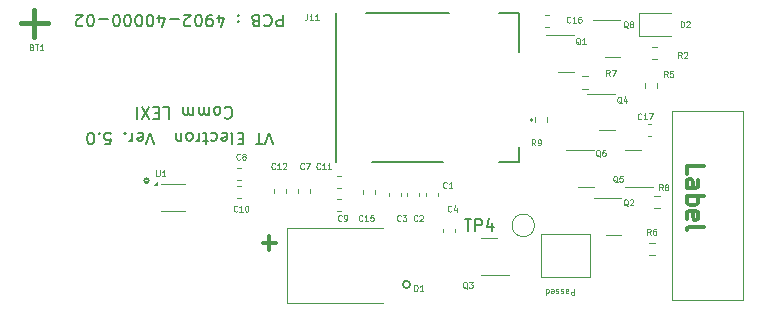
<source format=gbr>
%TF.GenerationSoftware,KiCad,Pcbnew,8.0.5*%
%TF.CreationDate,2024-10-15T10:19:28+03:00*%
%TF.ProjectId,LEXI-R422,4c455849-2d52-4343-9232-2e6b69636164,rev?*%
%TF.SameCoordinates,Original*%
%TF.FileFunction,Legend,Top*%
%TF.FilePolarity,Positive*%
%FSLAX46Y46*%
G04 Gerber Fmt 4.6, Leading zero omitted, Abs format (unit mm)*
G04 Created by KiCad (PCBNEW 8.0.5) date 2024-10-15 10:19:28*
%MOMM*%
%LPD*%
G01*
G04 APERTURE LIST*
%ADD10C,0.200000*%
%ADD11C,0.100000*%
%ADD12C,0.300000*%
%ADD13C,0.150000*%
%ADD14C,0.450000*%
%ADD15C,0.120000*%
%ADD16C,0.127000*%
G04 APERTURE END LIST*
D10*
X46510047Y-1200000D02*
G75*
G02*
X45889953Y-1200000I-310047J0D01*
G01*
X45889953Y-1200000D02*
G75*
G02*
X46510047Y-1200000I310047J0D01*
G01*
X24400000Y7600000D02*
G75*
G02*
X24000000Y7600000I-200000J0D01*
G01*
X24000000Y7600000D02*
G75*
G02*
X24400000Y7600000I200000J0D01*
G01*
D11*
X57600000Y3057600D02*
X61714800Y3057600D01*
X61714800Y-600000D01*
X57600000Y-600000D01*
X57600000Y3057600D01*
D10*
X35738094Y21652219D02*
X35738094Y20652219D01*
X35738094Y20652219D02*
X35357142Y20652219D01*
X35357142Y20652219D02*
X35261904Y20699838D01*
X35261904Y20699838D02*
X35214285Y20747457D01*
X35214285Y20747457D02*
X35166666Y20842695D01*
X35166666Y20842695D02*
X35166666Y20985552D01*
X35166666Y20985552D02*
X35214285Y21080790D01*
X35214285Y21080790D02*
X35261904Y21128409D01*
X35261904Y21128409D02*
X35357142Y21176028D01*
X35357142Y21176028D02*
X35738094Y21176028D01*
X34166666Y21556980D02*
X34214285Y21604600D01*
X34214285Y21604600D02*
X34357142Y21652219D01*
X34357142Y21652219D02*
X34452380Y21652219D01*
X34452380Y21652219D02*
X34595237Y21604600D01*
X34595237Y21604600D02*
X34690475Y21509361D01*
X34690475Y21509361D02*
X34738094Y21414123D01*
X34738094Y21414123D02*
X34785713Y21223647D01*
X34785713Y21223647D02*
X34785713Y21080790D01*
X34785713Y21080790D02*
X34738094Y20890314D01*
X34738094Y20890314D02*
X34690475Y20795076D01*
X34690475Y20795076D02*
X34595237Y20699838D01*
X34595237Y20699838D02*
X34452380Y20652219D01*
X34452380Y20652219D02*
X34357142Y20652219D01*
X34357142Y20652219D02*
X34214285Y20699838D01*
X34214285Y20699838D02*
X34166666Y20747457D01*
X33404761Y21128409D02*
X33261904Y21176028D01*
X33261904Y21176028D02*
X33214285Y21223647D01*
X33214285Y21223647D02*
X33166666Y21318885D01*
X33166666Y21318885D02*
X33166666Y21461742D01*
X33166666Y21461742D02*
X33214285Y21556980D01*
X33214285Y21556980D02*
X33261904Y21604600D01*
X33261904Y21604600D02*
X33357142Y21652219D01*
X33357142Y21652219D02*
X33738094Y21652219D01*
X33738094Y21652219D02*
X33738094Y20652219D01*
X33738094Y20652219D02*
X33404761Y20652219D01*
X33404761Y20652219D02*
X33309523Y20699838D01*
X33309523Y20699838D02*
X33261904Y20747457D01*
X33261904Y20747457D02*
X33214285Y20842695D01*
X33214285Y20842695D02*
X33214285Y20937933D01*
X33214285Y20937933D02*
X33261904Y21033171D01*
X33261904Y21033171D02*
X33309523Y21080790D01*
X33309523Y21080790D02*
X33404761Y21128409D01*
X33404761Y21128409D02*
X33738094Y21128409D01*
X31976189Y21556980D02*
X31928570Y21604600D01*
X31928570Y21604600D02*
X31976189Y21652219D01*
X31976189Y21652219D02*
X32023808Y21604600D01*
X32023808Y21604600D02*
X31976189Y21556980D01*
X31976189Y21556980D02*
X31976189Y21652219D01*
X31976189Y21033171D02*
X31928570Y21080790D01*
X31928570Y21080790D02*
X31976189Y21128409D01*
X31976189Y21128409D02*
X32023808Y21080790D01*
X32023808Y21080790D02*
X31976189Y21033171D01*
X31976189Y21033171D02*
X31976189Y21128409D01*
X30309523Y20985552D02*
X30309523Y21652219D01*
X30547618Y20604600D02*
X30785713Y21318885D01*
X30785713Y21318885D02*
X30166666Y21318885D01*
X29738094Y21652219D02*
X29547618Y21652219D01*
X29547618Y21652219D02*
X29452380Y21604600D01*
X29452380Y21604600D02*
X29404761Y21556980D01*
X29404761Y21556980D02*
X29309523Y21414123D01*
X29309523Y21414123D02*
X29261904Y21223647D01*
X29261904Y21223647D02*
X29261904Y20842695D01*
X29261904Y20842695D02*
X29309523Y20747457D01*
X29309523Y20747457D02*
X29357142Y20699838D01*
X29357142Y20699838D02*
X29452380Y20652219D01*
X29452380Y20652219D02*
X29642856Y20652219D01*
X29642856Y20652219D02*
X29738094Y20699838D01*
X29738094Y20699838D02*
X29785713Y20747457D01*
X29785713Y20747457D02*
X29833332Y20842695D01*
X29833332Y20842695D02*
X29833332Y21080790D01*
X29833332Y21080790D02*
X29785713Y21176028D01*
X29785713Y21176028D02*
X29738094Y21223647D01*
X29738094Y21223647D02*
X29642856Y21271266D01*
X29642856Y21271266D02*
X29452380Y21271266D01*
X29452380Y21271266D02*
X29357142Y21223647D01*
X29357142Y21223647D02*
X29309523Y21176028D01*
X29309523Y21176028D02*
X29261904Y21080790D01*
X28642856Y20652219D02*
X28547618Y20652219D01*
X28547618Y20652219D02*
X28452380Y20699838D01*
X28452380Y20699838D02*
X28404761Y20747457D01*
X28404761Y20747457D02*
X28357142Y20842695D01*
X28357142Y20842695D02*
X28309523Y21033171D01*
X28309523Y21033171D02*
X28309523Y21271266D01*
X28309523Y21271266D02*
X28357142Y21461742D01*
X28357142Y21461742D02*
X28404761Y21556980D01*
X28404761Y21556980D02*
X28452380Y21604600D01*
X28452380Y21604600D02*
X28547618Y21652219D01*
X28547618Y21652219D02*
X28642856Y21652219D01*
X28642856Y21652219D02*
X28738094Y21604600D01*
X28738094Y21604600D02*
X28785713Y21556980D01*
X28785713Y21556980D02*
X28833332Y21461742D01*
X28833332Y21461742D02*
X28880951Y21271266D01*
X28880951Y21271266D02*
X28880951Y21033171D01*
X28880951Y21033171D02*
X28833332Y20842695D01*
X28833332Y20842695D02*
X28785713Y20747457D01*
X28785713Y20747457D02*
X28738094Y20699838D01*
X28738094Y20699838D02*
X28642856Y20652219D01*
X27928570Y20747457D02*
X27880951Y20699838D01*
X27880951Y20699838D02*
X27785713Y20652219D01*
X27785713Y20652219D02*
X27547618Y20652219D01*
X27547618Y20652219D02*
X27452380Y20699838D01*
X27452380Y20699838D02*
X27404761Y20747457D01*
X27404761Y20747457D02*
X27357142Y20842695D01*
X27357142Y20842695D02*
X27357142Y20937933D01*
X27357142Y20937933D02*
X27404761Y21080790D01*
X27404761Y21080790D02*
X27976189Y21652219D01*
X27976189Y21652219D02*
X27357142Y21652219D01*
X26928570Y21271266D02*
X26166666Y21271266D01*
X25261904Y20985552D02*
X25261904Y21652219D01*
X25499999Y20604600D02*
X25738094Y21318885D01*
X25738094Y21318885D02*
X25119047Y21318885D01*
X24547618Y20652219D02*
X24452380Y20652219D01*
X24452380Y20652219D02*
X24357142Y20699838D01*
X24357142Y20699838D02*
X24309523Y20747457D01*
X24309523Y20747457D02*
X24261904Y20842695D01*
X24261904Y20842695D02*
X24214285Y21033171D01*
X24214285Y21033171D02*
X24214285Y21271266D01*
X24214285Y21271266D02*
X24261904Y21461742D01*
X24261904Y21461742D02*
X24309523Y21556980D01*
X24309523Y21556980D02*
X24357142Y21604600D01*
X24357142Y21604600D02*
X24452380Y21652219D01*
X24452380Y21652219D02*
X24547618Y21652219D01*
X24547618Y21652219D02*
X24642856Y21604600D01*
X24642856Y21604600D02*
X24690475Y21556980D01*
X24690475Y21556980D02*
X24738094Y21461742D01*
X24738094Y21461742D02*
X24785713Y21271266D01*
X24785713Y21271266D02*
X24785713Y21033171D01*
X24785713Y21033171D02*
X24738094Y20842695D01*
X24738094Y20842695D02*
X24690475Y20747457D01*
X24690475Y20747457D02*
X24642856Y20699838D01*
X24642856Y20699838D02*
X24547618Y20652219D01*
X23595237Y20652219D02*
X23499999Y20652219D01*
X23499999Y20652219D02*
X23404761Y20699838D01*
X23404761Y20699838D02*
X23357142Y20747457D01*
X23357142Y20747457D02*
X23309523Y20842695D01*
X23309523Y20842695D02*
X23261904Y21033171D01*
X23261904Y21033171D02*
X23261904Y21271266D01*
X23261904Y21271266D02*
X23309523Y21461742D01*
X23309523Y21461742D02*
X23357142Y21556980D01*
X23357142Y21556980D02*
X23404761Y21604600D01*
X23404761Y21604600D02*
X23499999Y21652219D01*
X23499999Y21652219D02*
X23595237Y21652219D01*
X23595237Y21652219D02*
X23690475Y21604600D01*
X23690475Y21604600D02*
X23738094Y21556980D01*
X23738094Y21556980D02*
X23785713Y21461742D01*
X23785713Y21461742D02*
X23833332Y21271266D01*
X23833332Y21271266D02*
X23833332Y21033171D01*
X23833332Y21033171D02*
X23785713Y20842695D01*
X23785713Y20842695D02*
X23738094Y20747457D01*
X23738094Y20747457D02*
X23690475Y20699838D01*
X23690475Y20699838D02*
X23595237Y20652219D01*
X22642856Y20652219D02*
X22547618Y20652219D01*
X22547618Y20652219D02*
X22452380Y20699838D01*
X22452380Y20699838D02*
X22404761Y20747457D01*
X22404761Y20747457D02*
X22357142Y20842695D01*
X22357142Y20842695D02*
X22309523Y21033171D01*
X22309523Y21033171D02*
X22309523Y21271266D01*
X22309523Y21271266D02*
X22357142Y21461742D01*
X22357142Y21461742D02*
X22404761Y21556980D01*
X22404761Y21556980D02*
X22452380Y21604600D01*
X22452380Y21604600D02*
X22547618Y21652219D01*
X22547618Y21652219D02*
X22642856Y21652219D01*
X22642856Y21652219D02*
X22738094Y21604600D01*
X22738094Y21604600D02*
X22785713Y21556980D01*
X22785713Y21556980D02*
X22833332Y21461742D01*
X22833332Y21461742D02*
X22880951Y21271266D01*
X22880951Y21271266D02*
X22880951Y21033171D01*
X22880951Y21033171D02*
X22833332Y20842695D01*
X22833332Y20842695D02*
X22785713Y20747457D01*
X22785713Y20747457D02*
X22738094Y20699838D01*
X22738094Y20699838D02*
X22642856Y20652219D01*
X21690475Y20652219D02*
X21595237Y20652219D01*
X21595237Y20652219D02*
X21499999Y20699838D01*
X21499999Y20699838D02*
X21452380Y20747457D01*
X21452380Y20747457D02*
X21404761Y20842695D01*
X21404761Y20842695D02*
X21357142Y21033171D01*
X21357142Y21033171D02*
X21357142Y21271266D01*
X21357142Y21271266D02*
X21404761Y21461742D01*
X21404761Y21461742D02*
X21452380Y21556980D01*
X21452380Y21556980D02*
X21499999Y21604600D01*
X21499999Y21604600D02*
X21595237Y21652219D01*
X21595237Y21652219D02*
X21690475Y21652219D01*
X21690475Y21652219D02*
X21785713Y21604600D01*
X21785713Y21604600D02*
X21833332Y21556980D01*
X21833332Y21556980D02*
X21880951Y21461742D01*
X21880951Y21461742D02*
X21928570Y21271266D01*
X21928570Y21271266D02*
X21928570Y21033171D01*
X21928570Y21033171D02*
X21880951Y20842695D01*
X21880951Y20842695D02*
X21833332Y20747457D01*
X21833332Y20747457D02*
X21785713Y20699838D01*
X21785713Y20699838D02*
X21690475Y20652219D01*
X20928570Y21271266D02*
X20166666Y21271266D01*
X19499999Y20652219D02*
X19404761Y20652219D01*
X19404761Y20652219D02*
X19309523Y20699838D01*
X19309523Y20699838D02*
X19261904Y20747457D01*
X19261904Y20747457D02*
X19214285Y20842695D01*
X19214285Y20842695D02*
X19166666Y21033171D01*
X19166666Y21033171D02*
X19166666Y21271266D01*
X19166666Y21271266D02*
X19214285Y21461742D01*
X19214285Y21461742D02*
X19261904Y21556980D01*
X19261904Y21556980D02*
X19309523Y21604600D01*
X19309523Y21604600D02*
X19404761Y21652219D01*
X19404761Y21652219D02*
X19499999Y21652219D01*
X19499999Y21652219D02*
X19595237Y21604600D01*
X19595237Y21604600D02*
X19642856Y21556980D01*
X19642856Y21556980D02*
X19690475Y21461742D01*
X19690475Y21461742D02*
X19738094Y21271266D01*
X19738094Y21271266D02*
X19738094Y21033171D01*
X19738094Y21033171D02*
X19690475Y20842695D01*
X19690475Y20842695D02*
X19642856Y20747457D01*
X19642856Y20747457D02*
X19595237Y20699838D01*
X19595237Y20699838D02*
X19499999Y20652219D01*
X18785713Y20747457D02*
X18738094Y20699838D01*
X18738094Y20699838D02*
X18642856Y20652219D01*
X18642856Y20652219D02*
X18404761Y20652219D01*
X18404761Y20652219D02*
X18309523Y20699838D01*
X18309523Y20699838D02*
X18261904Y20747457D01*
X18261904Y20747457D02*
X18214285Y20842695D01*
X18214285Y20842695D02*
X18214285Y20937933D01*
X18214285Y20937933D02*
X18261904Y21080790D01*
X18261904Y21080790D02*
X18833332Y21652219D01*
X18833332Y21652219D02*
X18214285Y21652219D01*
X34904762Y10652219D02*
X34571429Y11652219D01*
X34571429Y11652219D02*
X34238096Y10652219D01*
X34047619Y10652219D02*
X33476191Y10652219D01*
X33761905Y11652219D02*
X33761905Y10652219D01*
X32380952Y11128409D02*
X32047619Y11128409D01*
X31904762Y11652219D02*
X32380952Y11652219D01*
X32380952Y11652219D02*
X32380952Y10652219D01*
X32380952Y10652219D02*
X31904762Y10652219D01*
X31333333Y11652219D02*
X31428571Y11604600D01*
X31428571Y11604600D02*
X31476190Y11509361D01*
X31476190Y11509361D02*
X31476190Y10652219D01*
X30571428Y11604600D02*
X30666666Y11652219D01*
X30666666Y11652219D02*
X30857142Y11652219D01*
X30857142Y11652219D02*
X30952380Y11604600D01*
X30952380Y11604600D02*
X30999999Y11509361D01*
X30999999Y11509361D02*
X30999999Y11128409D01*
X30999999Y11128409D02*
X30952380Y11033171D01*
X30952380Y11033171D02*
X30857142Y10985552D01*
X30857142Y10985552D02*
X30666666Y10985552D01*
X30666666Y10985552D02*
X30571428Y11033171D01*
X30571428Y11033171D02*
X30523809Y11128409D01*
X30523809Y11128409D02*
X30523809Y11223647D01*
X30523809Y11223647D02*
X30999999Y11318885D01*
X29666666Y11604600D02*
X29761904Y11652219D01*
X29761904Y11652219D02*
X29952380Y11652219D01*
X29952380Y11652219D02*
X30047618Y11604600D01*
X30047618Y11604600D02*
X30095237Y11556980D01*
X30095237Y11556980D02*
X30142856Y11461742D01*
X30142856Y11461742D02*
X30142856Y11176028D01*
X30142856Y11176028D02*
X30095237Y11080790D01*
X30095237Y11080790D02*
X30047618Y11033171D01*
X30047618Y11033171D02*
X29952380Y10985552D01*
X29952380Y10985552D02*
X29761904Y10985552D01*
X29761904Y10985552D02*
X29666666Y11033171D01*
X29380951Y10985552D02*
X28999999Y10985552D01*
X29238094Y10652219D02*
X29238094Y11509361D01*
X29238094Y11509361D02*
X29190475Y11604600D01*
X29190475Y11604600D02*
X29095237Y11652219D01*
X29095237Y11652219D02*
X28999999Y11652219D01*
X28666665Y11652219D02*
X28666665Y10985552D01*
X28666665Y11176028D02*
X28619046Y11080790D01*
X28619046Y11080790D02*
X28571427Y11033171D01*
X28571427Y11033171D02*
X28476189Y10985552D01*
X28476189Y10985552D02*
X28380951Y10985552D01*
X27904760Y11652219D02*
X27999998Y11604600D01*
X27999998Y11604600D02*
X28047617Y11556980D01*
X28047617Y11556980D02*
X28095236Y11461742D01*
X28095236Y11461742D02*
X28095236Y11176028D01*
X28095236Y11176028D02*
X28047617Y11080790D01*
X28047617Y11080790D02*
X27999998Y11033171D01*
X27999998Y11033171D02*
X27904760Y10985552D01*
X27904760Y10985552D02*
X27761903Y10985552D01*
X27761903Y10985552D02*
X27666665Y11033171D01*
X27666665Y11033171D02*
X27619046Y11080790D01*
X27619046Y11080790D02*
X27571427Y11176028D01*
X27571427Y11176028D02*
X27571427Y11461742D01*
X27571427Y11461742D02*
X27619046Y11556980D01*
X27619046Y11556980D02*
X27666665Y11604600D01*
X27666665Y11604600D02*
X27761903Y11652219D01*
X27761903Y11652219D02*
X27904760Y11652219D01*
X27142855Y10985552D02*
X27142855Y11652219D01*
X27142855Y11080790D02*
X27095236Y11033171D01*
X27095236Y11033171D02*
X26999998Y10985552D01*
X26999998Y10985552D02*
X26857141Y10985552D01*
X26857141Y10985552D02*
X26761903Y11033171D01*
X26761903Y11033171D02*
X26714284Y11128409D01*
X26714284Y11128409D02*
X26714284Y11652219D01*
X24857140Y10652219D02*
X24523807Y11652219D01*
X24523807Y11652219D02*
X24190474Y10652219D01*
X23476188Y11604600D02*
X23571426Y11652219D01*
X23571426Y11652219D02*
X23761902Y11652219D01*
X23761902Y11652219D02*
X23857140Y11604600D01*
X23857140Y11604600D02*
X23904759Y11509361D01*
X23904759Y11509361D02*
X23904759Y11128409D01*
X23904759Y11128409D02*
X23857140Y11033171D01*
X23857140Y11033171D02*
X23761902Y10985552D01*
X23761902Y10985552D02*
X23571426Y10985552D01*
X23571426Y10985552D02*
X23476188Y11033171D01*
X23476188Y11033171D02*
X23428569Y11128409D01*
X23428569Y11128409D02*
X23428569Y11223647D01*
X23428569Y11223647D02*
X23904759Y11318885D01*
X22999997Y11652219D02*
X22999997Y10985552D01*
X22999997Y11176028D02*
X22952378Y11080790D01*
X22952378Y11080790D02*
X22904759Y11033171D01*
X22904759Y11033171D02*
X22809521Y10985552D01*
X22809521Y10985552D02*
X22714283Y10985552D01*
X22380949Y11556980D02*
X22333330Y11604600D01*
X22333330Y11604600D02*
X22380949Y11652219D01*
X22380949Y11652219D02*
X22428568Y11604600D01*
X22428568Y11604600D02*
X22380949Y11556980D01*
X22380949Y11556980D02*
X22380949Y11652219D01*
X20666664Y10652219D02*
X21142854Y10652219D01*
X21142854Y10652219D02*
X21190473Y11128409D01*
X21190473Y11128409D02*
X21142854Y11080790D01*
X21142854Y11080790D02*
X21047616Y11033171D01*
X21047616Y11033171D02*
X20809521Y11033171D01*
X20809521Y11033171D02*
X20714283Y11080790D01*
X20714283Y11080790D02*
X20666664Y11128409D01*
X20666664Y11128409D02*
X20619045Y11223647D01*
X20619045Y11223647D02*
X20619045Y11461742D01*
X20619045Y11461742D02*
X20666664Y11556980D01*
X20666664Y11556980D02*
X20714283Y11604600D01*
X20714283Y11604600D02*
X20809521Y11652219D01*
X20809521Y11652219D02*
X21047616Y11652219D01*
X21047616Y11652219D02*
X21142854Y11604600D01*
X21142854Y11604600D02*
X21190473Y11556980D01*
X20190473Y11556980D02*
X20142854Y11604600D01*
X20142854Y11604600D02*
X20190473Y11652219D01*
X20190473Y11652219D02*
X20238092Y11604600D01*
X20238092Y11604600D02*
X20190473Y11556980D01*
X20190473Y11556980D02*
X20190473Y11652219D01*
X19523807Y10652219D02*
X19428569Y10652219D01*
X19428569Y10652219D02*
X19333331Y10699838D01*
X19333331Y10699838D02*
X19285712Y10747457D01*
X19285712Y10747457D02*
X19238093Y10842695D01*
X19238093Y10842695D02*
X19190474Y11033171D01*
X19190474Y11033171D02*
X19190474Y11271266D01*
X19190474Y11271266D02*
X19238093Y11461742D01*
X19238093Y11461742D02*
X19285712Y11556980D01*
X19285712Y11556980D02*
X19333331Y11604600D01*
X19333331Y11604600D02*
X19428569Y11652219D01*
X19428569Y11652219D02*
X19523807Y11652219D01*
X19523807Y11652219D02*
X19619045Y11604600D01*
X19619045Y11604600D02*
X19666664Y11556980D01*
X19666664Y11556980D02*
X19714283Y11461742D01*
X19714283Y11461742D02*
X19761902Y11271266D01*
X19761902Y11271266D02*
X19761902Y11033171D01*
X19761902Y11033171D02*
X19714283Y10842695D01*
X19714283Y10842695D02*
X19666664Y10747457D01*
X19666664Y10747457D02*
X19619045Y10699838D01*
X19619045Y10699838D02*
X19523807Y10652219D01*
D12*
X69921671Y8128571D02*
X69921671Y8842857D01*
X69921671Y8842857D02*
X71421671Y8842857D01*
X69921671Y6985714D02*
X70707385Y6985714D01*
X70707385Y6985714D02*
X70850242Y7057142D01*
X70850242Y7057142D02*
X70921671Y7199999D01*
X70921671Y7199999D02*
X70921671Y7485714D01*
X70921671Y7485714D02*
X70850242Y7628571D01*
X69993100Y6985714D02*
X69921671Y7128571D01*
X69921671Y7128571D02*
X69921671Y7485714D01*
X69921671Y7485714D02*
X69993100Y7628571D01*
X69993100Y7628571D02*
X70135957Y7699999D01*
X70135957Y7699999D02*
X70278814Y7699999D01*
X70278814Y7699999D02*
X70421671Y7628571D01*
X70421671Y7628571D02*
X70493100Y7485714D01*
X70493100Y7485714D02*
X70493100Y7128571D01*
X70493100Y7128571D02*
X70564528Y6985714D01*
X69921671Y6271428D02*
X71421671Y6271428D01*
X70850242Y6271428D02*
X70921671Y6128571D01*
X70921671Y6128571D02*
X70921671Y5842856D01*
X70921671Y5842856D02*
X70850242Y5699999D01*
X70850242Y5699999D02*
X70778814Y5628571D01*
X70778814Y5628571D02*
X70635957Y5557142D01*
X70635957Y5557142D02*
X70207385Y5557142D01*
X70207385Y5557142D02*
X70064528Y5628571D01*
X70064528Y5628571D02*
X69993100Y5699999D01*
X69993100Y5699999D02*
X69921671Y5842856D01*
X69921671Y5842856D02*
X69921671Y6128571D01*
X69921671Y6128571D02*
X69993100Y6271428D01*
X69993100Y4342856D02*
X69921671Y4485713D01*
X69921671Y4485713D02*
X69921671Y4771428D01*
X69921671Y4771428D02*
X69993100Y4914285D01*
X69993100Y4914285D02*
X70135957Y4985713D01*
X70135957Y4985713D02*
X70707385Y4985713D01*
X70707385Y4985713D02*
X70850242Y4914285D01*
X70850242Y4914285D02*
X70921671Y4771428D01*
X70921671Y4771428D02*
X70921671Y4485713D01*
X70921671Y4485713D02*
X70850242Y4342856D01*
X70850242Y4342856D02*
X70707385Y4271428D01*
X70707385Y4271428D02*
X70564528Y4271428D01*
X70564528Y4271428D02*
X70421671Y4985713D01*
X69921671Y3414285D02*
X69993100Y3557142D01*
X69993100Y3557142D02*
X70135957Y3628571D01*
X70135957Y3628571D02*
X71421671Y3628571D01*
D11*
X60402380Y-1573890D02*
X60402380Y-2073890D01*
X60402380Y-2073890D02*
X60211904Y-2073890D01*
X60211904Y-2073890D02*
X60164285Y-2050080D01*
X60164285Y-2050080D02*
X60140475Y-2026271D01*
X60140475Y-2026271D02*
X60116666Y-1978652D01*
X60116666Y-1978652D02*
X60116666Y-1907223D01*
X60116666Y-1907223D02*
X60140475Y-1859604D01*
X60140475Y-1859604D02*
X60164285Y-1835795D01*
X60164285Y-1835795D02*
X60211904Y-1811985D01*
X60211904Y-1811985D02*
X60402380Y-1811985D01*
X59688094Y-1573890D02*
X59688094Y-1835795D01*
X59688094Y-1835795D02*
X59711904Y-1883414D01*
X59711904Y-1883414D02*
X59759523Y-1907223D01*
X59759523Y-1907223D02*
X59854761Y-1907223D01*
X59854761Y-1907223D02*
X59902380Y-1883414D01*
X59688094Y-1597700D02*
X59735713Y-1573890D01*
X59735713Y-1573890D02*
X59854761Y-1573890D01*
X59854761Y-1573890D02*
X59902380Y-1597700D01*
X59902380Y-1597700D02*
X59926189Y-1645319D01*
X59926189Y-1645319D02*
X59926189Y-1692938D01*
X59926189Y-1692938D02*
X59902380Y-1740557D01*
X59902380Y-1740557D02*
X59854761Y-1764366D01*
X59854761Y-1764366D02*
X59735713Y-1764366D01*
X59735713Y-1764366D02*
X59688094Y-1788176D01*
X59473808Y-1597700D02*
X59426189Y-1573890D01*
X59426189Y-1573890D02*
X59330951Y-1573890D01*
X59330951Y-1573890D02*
X59283332Y-1597700D01*
X59283332Y-1597700D02*
X59259523Y-1645319D01*
X59259523Y-1645319D02*
X59259523Y-1669128D01*
X59259523Y-1669128D02*
X59283332Y-1716747D01*
X59283332Y-1716747D02*
X59330951Y-1740557D01*
X59330951Y-1740557D02*
X59402380Y-1740557D01*
X59402380Y-1740557D02*
X59449999Y-1764366D01*
X59449999Y-1764366D02*
X59473808Y-1811985D01*
X59473808Y-1811985D02*
X59473808Y-1835795D01*
X59473808Y-1835795D02*
X59449999Y-1883414D01*
X59449999Y-1883414D02*
X59402380Y-1907223D01*
X59402380Y-1907223D02*
X59330951Y-1907223D01*
X59330951Y-1907223D02*
X59283332Y-1883414D01*
X59069046Y-1597700D02*
X59021427Y-1573890D01*
X59021427Y-1573890D02*
X58926189Y-1573890D01*
X58926189Y-1573890D02*
X58878570Y-1597700D01*
X58878570Y-1597700D02*
X58854761Y-1645319D01*
X58854761Y-1645319D02*
X58854761Y-1669128D01*
X58854761Y-1669128D02*
X58878570Y-1716747D01*
X58878570Y-1716747D02*
X58926189Y-1740557D01*
X58926189Y-1740557D02*
X58997618Y-1740557D01*
X58997618Y-1740557D02*
X59045237Y-1764366D01*
X59045237Y-1764366D02*
X59069046Y-1811985D01*
X59069046Y-1811985D02*
X59069046Y-1835795D01*
X59069046Y-1835795D02*
X59045237Y-1883414D01*
X59045237Y-1883414D02*
X58997618Y-1907223D01*
X58997618Y-1907223D02*
X58926189Y-1907223D01*
X58926189Y-1907223D02*
X58878570Y-1883414D01*
X58449999Y-1597700D02*
X58497618Y-1573890D01*
X58497618Y-1573890D02*
X58592856Y-1573890D01*
X58592856Y-1573890D02*
X58640475Y-1597700D01*
X58640475Y-1597700D02*
X58664284Y-1645319D01*
X58664284Y-1645319D02*
X58664284Y-1835795D01*
X58664284Y-1835795D02*
X58640475Y-1883414D01*
X58640475Y-1883414D02*
X58592856Y-1907223D01*
X58592856Y-1907223D02*
X58497618Y-1907223D01*
X58497618Y-1907223D02*
X58449999Y-1883414D01*
X58449999Y-1883414D02*
X58426189Y-1835795D01*
X58426189Y-1835795D02*
X58426189Y-1788176D01*
X58426189Y-1788176D02*
X58664284Y-1740557D01*
X57997618Y-1573890D02*
X57997618Y-2073890D01*
X57997618Y-1597700D02*
X58045237Y-1573890D01*
X58045237Y-1573890D02*
X58140475Y-1573890D01*
X58140475Y-1573890D02*
X58188094Y-1597700D01*
X58188094Y-1597700D02*
X58211904Y-1621509D01*
X58211904Y-1621509D02*
X58235713Y-1669128D01*
X58235713Y-1669128D02*
X58235713Y-1811985D01*
X58235713Y-1811985D02*
X58211904Y-1859604D01*
X58211904Y-1859604D02*
X58188094Y-1883414D01*
X58188094Y-1883414D02*
X58140475Y-1907223D01*
X58140475Y-1907223D02*
X58045237Y-1907223D01*
X58045237Y-1907223D02*
X57997618Y-1883414D01*
D10*
X30828571Y13752008D02*
X30876190Y13799628D01*
X30876190Y13799628D02*
X31019047Y13847247D01*
X31019047Y13847247D02*
X31114285Y13847247D01*
X31114285Y13847247D02*
X31257142Y13799628D01*
X31257142Y13799628D02*
X31352380Y13704389D01*
X31352380Y13704389D02*
X31399999Y13609151D01*
X31399999Y13609151D02*
X31447618Y13418675D01*
X31447618Y13418675D02*
X31447618Y13275818D01*
X31447618Y13275818D02*
X31399999Y13085342D01*
X31399999Y13085342D02*
X31352380Y12990104D01*
X31352380Y12990104D02*
X31257142Y12894866D01*
X31257142Y12894866D02*
X31114285Y12847247D01*
X31114285Y12847247D02*
X31019047Y12847247D01*
X31019047Y12847247D02*
X30876190Y12894866D01*
X30876190Y12894866D02*
X30828571Y12942485D01*
X30257142Y13847247D02*
X30352380Y13799628D01*
X30352380Y13799628D02*
X30399999Y13752008D01*
X30399999Y13752008D02*
X30447618Y13656770D01*
X30447618Y13656770D02*
X30447618Y13371056D01*
X30447618Y13371056D02*
X30399999Y13275818D01*
X30399999Y13275818D02*
X30352380Y13228199D01*
X30352380Y13228199D02*
X30257142Y13180580D01*
X30257142Y13180580D02*
X30114285Y13180580D01*
X30114285Y13180580D02*
X30019047Y13228199D01*
X30019047Y13228199D02*
X29971428Y13275818D01*
X29971428Y13275818D02*
X29923809Y13371056D01*
X29923809Y13371056D02*
X29923809Y13656770D01*
X29923809Y13656770D02*
X29971428Y13752008D01*
X29971428Y13752008D02*
X30019047Y13799628D01*
X30019047Y13799628D02*
X30114285Y13847247D01*
X30114285Y13847247D02*
X30257142Y13847247D01*
X29495237Y13847247D02*
X29495237Y13180580D01*
X29495237Y13275818D02*
X29447618Y13228199D01*
X29447618Y13228199D02*
X29352380Y13180580D01*
X29352380Y13180580D02*
X29209523Y13180580D01*
X29209523Y13180580D02*
X29114285Y13228199D01*
X29114285Y13228199D02*
X29066666Y13323437D01*
X29066666Y13323437D02*
X29066666Y13847247D01*
X29066666Y13323437D02*
X29019047Y13228199D01*
X29019047Y13228199D02*
X28923809Y13180580D01*
X28923809Y13180580D02*
X28780952Y13180580D01*
X28780952Y13180580D02*
X28685713Y13228199D01*
X28685713Y13228199D02*
X28638094Y13323437D01*
X28638094Y13323437D02*
X28638094Y13847247D01*
X28161904Y13847247D02*
X28161904Y13180580D01*
X28161904Y13275818D02*
X28114285Y13228199D01*
X28114285Y13228199D02*
X28019047Y13180580D01*
X28019047Y13180580D02*
X27876190Y13180580D01*
X27876190Y13180580D02*
X27780952Y13228199D01*
X27780952Y13228199D02*
X27733333Y13323437D01*
X27733333Y13323437D02*
X27733333Y13847247D01*
X27733333Y13323437D02*
X27685714Y13228199D01*
X27685714Y13228199D02*
X27590476Y13180580D01*
X27590476Y13180580D02*
X27447619Y13180580D01*
X27447619Y13180580D02*
X27352380Y13228199D01*
X27352380Y13228199D02*
X27304761Y13323437D01*
X27304761Y13323437D02*
X27304761Y13847247D01*
X25590476Y13847247D02*
X26066666Y13847247D01*
X26066666Y13847247D02*
X26066666Y12847247D01*
X25257142Y13323437D02*
X24923809Y13323437D01*
X24780952Y13847247D02*
X25257142Y13847247D01*
X25257142Y13847247D02*
X25257142Y12847247D01*
X25257142Y12847247D02*
X24780952Y12847247D01*
X24447618Y12847247D02*
X23780952Y13847247D01*
X23780952Y12847247D02*
X24447618Y13847247D01*
X23399999Y13847247D02*
X23399999Y12847247D01*
D12*
X34028571Y2293100D02*
X35171429Y2293100D01*
X34600000Y1721671D02*
X34600000Y2864528D01*
D11*
X49616666Y7021509D02*
X49592857Y6997700D01*
X49592857Y6997700D02*
X49521428Y6973890D01*
X49521428Y6973890D02*
X49473809Y6973890D01*
X49473809Y6973890D02*
X49402381Y6997700D01*
X49402381Y6997700D02*
X49354762Y7045319D01*
X49354762Y7045319D02*
X49330952Y7092938D01*
X49330952Y7092938D02*
X49307143Y7188176D01*
X49307143Y7188176D02*
X49307143Y7259604D01*
X49307143Y7259604D02*
X49330952Y7354842D01*
X49330952Y7354842D02*
X49354762Y7402461D01*
X49354762Y7402461D02*
X49402381Y7450080D01*
X49402381Y7450080D02*
X49473809Y7473890D01*
X49473809Y7473890D02*
X49521428Y7473890D01*
X49521428Y7473890D02*
X49592857Y7450080D01*
X49592857Y7450080D02*
X49616666Y7426271D01*
X50092857Y6973890D02*
X49807143Y6973890D01*
X49950000Y6973890D02*
X49950000Y7473890D01*
X49950000Y7473890D02*
X49902381Y7402461D01*
X49902381Y7402461D02*
X49854762Y7354842D01*
X49854762Y7354842D02*
X49807143Y7331033D01*
X47116666Y4221509D02*
X47092857Y4197700D01*
X47092857Y4197700D02*
X47021428Y4173890D01*
X47021428Y4173890D02*
X46973809Y4173890D01*
X46973809Y4173890D02*
X46902381Y4197700D01*
X46902381Y4197700D02*
X46854762Y4245319D01*
X46854762Y4245319D02*
X46830952Y4292938D01*
X46830952Y4292938D02*
X46807143Y4388176D01*
X46807143Y4388176D02*
X46807143Y4459604D01*
X46807143Y4459604D02*
X46830952Y4554842D01*
X46830952Y4554842D02*
X46854762Y4602461D01*
X46854762Y4602461D02*
X46902381Y4650080D01*
X46902381Y4650080D02*
X46973809Y4673890D01*
X46973809Y4673890D02*
X47021428Y4673890D01*
X47021428Y4673890D02*
X47092857Y4650080D01*
X47092857Y4650080D02*
X47116666Y4626271D01*
X47307143Y4626271D02*
X47330952Y4650080D01*
X47330952Y4650080D02*
X47378571Y4673890D01*
X47378571Y4673890D02*
X47497619Y4673890D01*
X47497619Y4673890D02*
X47545238Y4650080D01*
X47545238Y4650080D02*
X47569047Y4626271D01*
X47569047Y4626271D02*
X47592857Y4578652D01*
X47592857Y4578652D02*
X47592857Y4531033D01*
X47592857Y4531033D02*
X47569047Y4459604D01*
X47569047Y4459604D02*
X47283333Y4173890D01*
X47283333Y4173890D02*
X47592857Y4173890D01*
X45716666Y4221509D02*
X45692857Y4197700D01*
X45692857Y4197700D02*
X45621428Y4173890D01*
X45621428Y4173890D02*
X45573809Y4173890D01*
X45573809Y4173890D02*
X45502381Y4197700D01*
X45502381Y4197700D02*
X45454762Y4245319D01*
X45454762Y4245319D02*
X45430952Y4292938D01*
X45430952Y4292938D02*
X45407143Y4388176D01*
X45407143Y4388176D02*
X45407143Y4459604D01*
X45407143Y4459604D02*
X45430952Y4554842D01*
X45430952Y4554842D02*
X45454762Y4602461D01*
X45454762Y4602461D02*
X45502381Y4650080D01*
X45502381Y4650080D02*
X45573809Y4673890D01*
X45573809Y4673890D02*
X45621428Y4673890D01*
X45621428Y4673890D02*
X45692857Y4650080D01*
X45692857Y4650080D02*
X45716666Y4626271D01*
X45883333Y4673890D02*
X46192857Y4673890D01*
X46192857Y4673890D02*
X46026190Y4483414D01*
X46026190Y4483414D02*
X46097619Y4483414D01*
X46097619Y4483414D02*
X46145238Y4459604D01*
X46145238Y4459604D02*
X46169047Y4435795D01*
X46169047Y4435795D02*
X46192857Y4388176D01*
X46192857Y4388176D02*
X46192857Y4269128D01*
X46192857Y4269128D02*
X46169047Y4221509D01*
X46169047Y4221509D02*
X46145238Y4197700D01*
X46145238Y4197700D02*
X46097619Y4173890D01*
X46097619Y4173890D02*
X45954762Y4173890D01*
X45954762Y4173890D02*
X45907143Y4197700D01*
X45907143Y4197700D02*
X45883333Y4221509D01*
X50016666Y5021509D02*
X49992857Y4997700D01*
X49992857Y4997700D02*
X49921428Y4973890D01*
X49921428Y4973890D02*
X49873809Y4973890D01*
X49873809Y4973890D02*
X49802381Y4997700D01*
X49802381Y4997700D02*
X49754762Y5045319D01*
X49754762Y5045319D02*
X49730952Y5092938D01*
X49730952Y5092938D02*
X49707143Y5188176D01*
X49707143Y5188176D02*
X49707143Y5259604D01*
X49707143Y5259604D02*
X49730952Y5354842D01*
X49730952Y5354842D02*
X49754762Y5402461D01*
X49754762Y5402461D02*
X49802381Y5450080D01*
X49802381Y5450080D02*
X49873809Y5473890D01*
X49873809Y5473890D02*
X49921428Y5473890D01*
X49921428Y5473890D02*
X49992857Y5450080D01*
X49992857Y5450080D02*
X50016666Y5426271D01*
X50445238Y5307223D02*
X50445238Y4973890D01*
X50326190Y5497700D02*
X50207143Y5140557D01*
X50207143Y5140557D02*
X50516666Y5140557D01*
X37516666Y8621509D02*
X37492857Y8597700D01*
X37492857Y8597700D02*
X37421428Y8573890D01*
X37421428Y8573890D02*
X37373809Y8573890D01*
X37373809Y8573890D02*
X37302381Y8597700D01*
X37302381Y8597700D02*
X37254762Y8645319D01*
X37254762Y8645319D02*
X37230952Y8692938D01*
X37230952Y8692938D02*
X37207143Y8788176D01*
X37207143Y8788176D02*
X37207143Y8859604D01*
X37207143Y8859604D02*
X37230952Y8954842D01*
X37230952Y8954842D02*
X37254762Y9002461D01*
X37254762Y9002461D02*
X37302381Y9050080D01*
X37302381Y9050080D02*
X37373809Y9073890D01*
X37373809Y9073890D02*
X37421428Y9073890D01*
X37421428Y9073890D02*
X37492857Y9050080D01*
X37492857Y9050080D02*
X37516666Y9026271D01*
X37683333Y9073890D02*
X38016666Y9073890D01*
X38016666Y9073890D02*
X37802381Y8573890D01*
X32116666Y9421509D02*
X32092857Y9397700D01*
X32092857Y9397700D02*
X32021428Y9373890D01*
X32021428Y9373890D02*
X31973809Y9373890D01*
X31973809Y9373890D02*
X31902381Y9397700D01*
X31902381Y9397700D02*
X31854762Y9445319D01*
X31854762Y9445319D02*
X31830952Y9492938D01*
X31830952Y9492938D02*
X31807143Y9588176D01*
X31807143Y9588176D02*
X31807143Y9659604D01*
X31807143Y9659604D02*
X31830952Y9754842D01*
X31830952Y9754842D02*
X31854762Y9802461D01*
X31854762Y9802461D02*
X31902381Y9850080D01*
X31902381Y9850080D02*
X31973809Y9873890D01*
X31973809Y9873890D02*
X32021428Y9873890D01*
X32021428Y9873890D02*
X32092857Y9850080D01*
X32092857Y9850080D02*
X32116666Y9826271D01*
X32402381Y9659604D02*
X32354762Y9683414D01*
X32354762Y9683414D02*
X32330952Y9707223D01*
X32330952Y9707223D02*
X32307143Y9754842D01*
X32307143Y9754842D02*
X32307143Y9778652D01*
X32307143Y9778652D02*
X32330952Y9826271D01*
X32330952Y9826271D02*
X32354762Y9850080D01*
X32354762Y9850080D02*
X32402381Y9873890D01*
X32402381Y9873890D02*
X32497619Y9873890D01*
X32497619Y9873890D02*
X32545238Y9850080D01*
X32545238Y9850080D02*
X32569047Y9826271D01*
X32569047Y9826271D02*
X32592857Y9778652D01*
X32592857Y9778652D02*
X32592857Y9754842D01*
X32592857Y9754842D02*
X32569047Y9707223D01*
X32569047Y9707223D02*
X32545238Y9683414D01*
X32545238Y9683414D02*
X32497619Y9659604D01*
X32497619Y9659604D02*
X32402381Y9659604D01*
X32402381Y9659604D02*
X32354762Y9635795D01*
X32354762Y9635795D02*
X32330952Y9611985D01*
X32330952Y9611985D02*
X32307143Y9564366D01*
X32307143Y9564366D02*
X32307143Y9469128D01*
X32307143Y9469128D02*
X32330952Y9421509D01*
X32330952Y9421509D02*
X32354762Y9397700D01*
X32354762Y9397700D02*
X32402381Y9373890D01*
X32402381Y9373890D02*
X32497619Y9373890D01*
X32497619Y9373890D02*
X32545238Y9397700D01*
X32545238Y9397700D02*
X32569047Y9421509D01*
X32569047Y9421509D02*
X32592857Y9469128D01*
X32592857Y9469128D02*
X32592857Y9564366D01*
X32592857Y9564366D02*
X32569047Y9611985D01*
X32569047Y9611985D02*
X32545238Y9635795D01*
X32545238Y9635795D02*
X32497619Y9659604D01*
X40716666Y4221509D02*
X40692857Y4197700D01*
X40692857Y4197700D02*
X40621428Y4173890D01*
X40621428Y4173890D02*
X40573809Y4173890D01*
X40573809Y4173890D02*
X40502381Y4197700D01*
X40502381Y4197700D02*
X40454762Y4245319D01*
X40454762Y4245319D02*
X40430952Y4292938D01*
X40430952Y4292938D02*
X40407143Y4388176D01*
X40407143Y4388176D02*
X40407143Y4459604D01*
X40407143Y4459604D02*
X40430952Y4554842D01*
X40430952Y4554842D02*
X40454762Y4602461D01*
X40454762Y4602461D02*
X40502381Y4650080D01*
X40502381Y4650080D02*
X40573809Y4673890D01*
X40573809Y4673890D02*
X40621428Y4673890D01*
X40621428Y4673890D02*
X40692857Y4650080D01*
X40692857Y4650080D02*
X40716666Y4626271D01*
X40954762Y4173890D02*
X41050000Y4173890D01*
X41050000Y4173890D02*
X41097619Y4197700D01*
X41097619Y4197700D02*
X41121428Y4221509D01*
X41121428Y4221509D02*
X41169047Y4292938D01*
X41169047Y4292938D02*
X41192857Y4388176D01*
X41192857Y4388176D02*
X41192857Y4578652D01*
X41192857Y4578652D02*
X41169047Y4626271D01*
X41169047Y4626271D02*
X41145238Y4650080D01*
X41145238Y4650080D02*
X41097619Y4673890D01*
X41097619Y4673890D02*
X41002381Y4673890D01*
X41002381Y4673890D02*
X40954762Y4650080D01*
X40954762Y4650080D02*
X40930952Y4626271D01*
X40930952Y4626271D02*
X40907143Y4578652D01*
X40907143Y4578652D02*
X40907143Y4459604D01*
X40907143Y4459604D02*
X40930952Y4411985D01*
X40930952Y4411985D02*
X40954762Y4388176D01*
X40954762Y4388176D02*
X41002381Y4364366D01*
X41002381Y4364366D02*
X41097619Y4364366D01*
X41097619Y4364366D02*
X41145238Y4388176D01*
X41145238Y4388176D02*
X41169047Y4411985D01*
X41169047Y4411985D02*
X41192857Y4459604D01*
X31878571Y5021509D02*
X31854762Y4997700D01*
X31854762Y4997700D02*
X31783333Y4973890D01*
X31783333Y4973890D02*
X31735714Y4973890D01*
X31735714Y4973890D02*
X31664286Y4997700D01*
X31664286Y4997700D02*
X31616667Y5045319D01*
X31616667Y5045319D02*
X31592857Y5092938D01*
X31592857Y5092938D02*
X31569048Y5188176D01*
X31569048Y5188176D02*
X31569048Y5259604D01*
X31569048Y5259604D02*
X31592857Y5354842D01*
X31592857Y5354842D02*
X31616667Y5402461D01*
X31616667Y5402461D02*
X31664286Y5450080D01*
X31664286Y5450080D02*
X31735714Y5473890D01*
X31735714Y5473890D02*
X31783333Y5473890D01*
X31783333Y5473890D02*
X31854762Y5450080D01*
X31854762Y5450080D02*
X31878571Y5426271D01*
X32354762Y4973890D02*
X32069048Y4973890D01*
X32211905Y4973890D02*
X32211905Y5473890D01*
X32211905Y5473890D02*
X32164286Y5402461D01*
X32164286Y5402461D02*
X32116667Y5354842D01*
X32116667Y5354842D02*
X32069048Y5331033D01*
X32664285Y5473890D02*
X32711904Y5473890D01*
X32711904Y5473890D02*
X32759523Y5450080D01*
X32759523Y5450080D02*
X32783333Y5426271D01*
X32783333Y5426271D02*
X32807142Y5378652D01*
X32807142Y5378652D02*
X32830952Y5283414D01*
X32830952Y5283414D02*
X32830952Y5164366D01*
X32830952Y5164366D02*
X32807142Y5069128D01*
X32807142Y5069128D02*
X32783333Y5021509D01*
X32783333Y5021509D02*
X32759523Y4997700D01*
X32759523Y4997700D02*
X32711904Y4973890D01*
X32711904Y4973890D02*
X32664285Y4973890D01*
X32664285Y4973890D02*
X32616666Y4997700D01*
X32616666Y4997700D02*
X32592857Y5021509D01*
X32592857Y5021509D02*
X32569047Y5069128D01*
X32569047Y5069128D02*
X32545238Y5164366D01*
X32545238Y5164366D02*
X32545238Y5283414D01*
X32545238Y5283414D02*
X32569047Y5378652D01*
X32569047Y5378652D02*
X32592857Y5426271D01*
X32592857Y5426271D02*
X32616666Y5450080D01*
X32616666Y5450080D02*
X32664285Y5473890D01*
X38878571Y8621509D02*
X38854762Y8597700D01*
X38854762Y8597700D02*
X38783333Y8573890D01*
X38783333Y8573890D02*
X38735714Y8573890D01*
X38735714Y8573890D02*
X38664286Y8597700D01*
X38664286Y8597700D02*
X38616667Y8645319D01*
X38616667Y8645319D02*
X38592857Y8692938D01*
X38592857Y8692938D02*
X38569048Y8788176D01*
X38569048Y8788176D02*
X38569048Y8859604D01*
X38569048Y8859604D02*
X38592857Y8954842D01*
X38592857Y8954842D02*
X38616667Y9002461D01*
X38616667Y9002461D02*
X38664286Y9050080D01*
X38664286Y9050080D02*
X38735714Y9073890D01*
X38735714Y9073890D02*
X38783333Y9073890D01*
X38783333Y9073890D02*
X38854762Y9050080D01*
X38854762Y9050080D02*
X38878571Y9026271D01*
X39354762Y8573890D02*
X39069048Y8573890D01*
X39211905Y8573890D02*
X39211905Y9073890D01*
X39211905Y9073890D02*
X39164286Y9002461D01*
X39164286Y9002461D02*
X39116667Y8954842D01*
X39116667Y8954842D02*
X39069048Y8931033D01*
X39830952Y8573890D02*
X39545238Y8573890D01*
X39688095Y8573890D02*
X39688095Y9073890D01*
X39688095Y9073890D02*
X39640476Y9002461D01*
X39640476Y9002461D02*
X39592857Y8954842D01*
X39592857Y8954842D02*
X39545238Y8931033D01*
X35078571Y8621509D02*
X35054762Y8597700D01*
X35054762Y8597700D02*
X34983333Y8573890D01*
X34983333Y8573890D02*
X34935714Y8573890D01*
X34935714Y8573890D02*
X34864286Y8597700D01*
X34864286Y8597700D02*
X34816667Y8645319D01*
X34816667Y8645319D02*
X34792857Y8692938D01*
X34792857Y8692938D02*
X34769048Y8788176D01*
X34769048Y8788176D02*
X34769048Y8859604D01*
X34769048Y8859604D02*
X34792857Y8954842D01*
X34792857Y8954842D02*
X34816667Y9002461D01*
X34816667Y9002461D02*
X34864286Y9050080D01*
X34864286Y9050080D02*
X34935714Y9073890D01*
X34935714Y9073890D02*
X34983333Y9073890D01*
X34983333Y9073890D02*
X35054762Y9050080D01*
X35054762Y9050080D02*
X35078571Y9026271D01*
X35554762Y8573890D02*
X35269048Y8573890D01*
X35411905Y8573890D02*
X35411905Y9073890D01*
X35411905Y9073890D02*
X35364286Y9002461D01*
X35364286Y9002461D02*
X35316667Y8954842D01*
X35316667Y8954842D02*
X35269048Y8931033D01*
X35745238Y9026271D02*
X35769047Y9050080D01*
X35769047Y9050080D02*
X35816666Y9073890D01*
X35816666Y9073890D02*
X35935714Y9073890D01*
X35935714Y9073890D02*
X35983333Y9050080D01*
X35983333Y9050080D02*
X36007142Y9026271D01*
X36007142Y9026271D02*
X36030952Y8978652D01*
X36030952Y8978652D02*
X36030952Y8931033D01*
X36030952Y8931033D02*
X36007142Y8859604D01*
X36007142Y8859604D02*
X35721428Y8573890D01*
X35721428Y8573890D02*
X36030952Y8573890D01*
X46871152Y-1738909D02*
X46871152Y-1238909D01*
X46871152Y-1238909D02*
X46990200Y-1238909D01*
X46990200Y-1238909D02*
X47061628Y-1262719D01*
X47061628Y-1262719D02*
X47109247Y-1310338D01*
X47109247Y-1310338D02*
X47133057Y-1357957D01*
X47133057Y-1357957D02*
X47156866Y-1453195D01*
X47156866Y-1453195D02*
X47156866Y-1524623D01*
X47156866Y-1524623D02*
X47133057Y-1619861D01*
X47133057Y-1619861D02*
X47109247Y-1667480D01*
X47109247Y-1667480D02*
X47061628Y-1715100D01*
X47061628Y-1715100D02*
X46990200Y-1738909D01*
X46990200Y-1738909D02*
X46871152Y-1738909D01*
X47633057Y-1738909D02*
X47347343Y-1738909D01*
X47490200Y-1738909D02*
X47490200Y-1238909D01*
X47490200Y-1238909D02*
X47442581Y-1310338D01*
X47442581Y-1310338D02*
X47394962Y-1357957D01*
X47394962Y-1357957D02*
X47347343Y-1381766D01*
X64952380Y20526271D02*
X64904761Y20550080D01*
X64904761Y20550080D02*
X64857142Y20597700D01*
X64857142Y20597700D02*
X64785714Y20669128D01*
X64785714Y20669128D02*
X64738095Y20692938D01*
X64738095Y20692938D02*
X64690476Y20692938D01*
X64714285Y20573890D02*
X64666666Y20597700D01*
X64666666Y20597700D02*
X64619047Y20645319D01*
X64619047Y20645319D02*
X64595238Y20740557D01*
X64595238Y20740557D02*
X64595238Y20907223D01*
X64595238Y20907223D02*
X64619047Y21002461D01*
X64619047Y21002461D02*
X64666666Y21050080D01*
X64666666Y21050080D02*
X64714285Y21073890D01*
X64714285Y21073890D02*
X64809523Y21073890D01*
X64809523Y21073890D02*
X64857142Y21050080D01*
X64857142Y21050080D02*
X64904761Y21002461D01*
X64904761Y21002461D02*
X64928571Y20907223D01*
X64928571Y20907223D02*
X64928571Y20740557D01*
X64928571Y20740557D02*
X64904761Y20645319D01*
X64904761Y20645319D02*
X64857142Y20597700D01*
X64857142Y20597700D02*
X64809523Y20573890D01*
X64809523Y20573890D02*
X64714285Y20573890D01*
X65214286Y20859604D02*
X65166667Y20883414D01*
X65166667Y20883414D02*
X65142857Y20907223D01*
X65142857Y20907223D02*
X65119048Y20954842D01*
X65119048Y20954842D02*
X65119048Y20978652D01*
X65119048Y20978652D02*
X65142857Y21026271D01*
X65142857Y21026271D02*
X65166667Y21050080D01*
X65166667Y21050080D02*
X65214286Y21073890D01*
X65214286Y21073890D02*
X65309524Y21073890D01*
X65309524Y21073890D02*
X65357143Y21050080D01*
X65357143Y21050080D02*
X65380952Y21026271D01*
X65380952Y21026271D02*
X65404762Y20978652D01*
X65404762Y20978652D02*
X65404762Y20954842D01*
X65404762Y20954842D02*
X65380952Y20907223D01*
X65380952Y20907223D02*
X65357143Y20883414D01*
X65357143Y20883414D02*
X65309524Y20859604D01*
X65309524Y20859604D02*
X65214286Y20859604D01*
X65214286Y20859604D02*
X65166667Y20835795D01*
X65166667Y20835795D02*
X65142857Y20811985D01*
X65142857Y20811985D02*
X65119048Y20764366D01*
X65119048Y20764366D02*
X65119048Y20669128D01*
X65119048Y20669128D02*
X65142857Y20621509D01*
X65142857Y20621509D02*
X65166667Y20597700D01*
X65166667Y20597700D02*
X65214286Y20573890D01*
X65214286Y20573890D02*
X65309524Y20573890D01*
X65309524Y20573890D02*
X65357143Y20597700D01*
X65357143Y20597700D02*
X65380952Y20621509D01*
X65380952Y20621509D02*
X65404762Y20669128D01*
X65404762Y20669128D02*
X65404762Y20764366D01*
X65404762Y20764366D02*
X65380952Y20811985D01*
X65380952Y20811985D02*
X65357143Y20835795D01*
X65357143Y20835795D02*
X65309524Y20859604D01*
X37795238Y21673890D02*
X37795238Y21316747D01*
X37795238Y21316747D02*
X37771429Y21245319D01*
X37771429Y21245319D02*
X37723810Y21197700D01*
X37723810Y21197700D02*
X37652381Y21173890D01*
X37652381Y21173890D02*
X37604762Y21173890D01*
X38295238Y21173890D02*
X38009524Y21173890D01*
X38152381Y21173890D02*
X38152381Y21673890D01*
X38152381Y21673890D02*
X38104762Y21602461D01*
X38104762Y21602461D02*
X38057143Y21554842D01*
X38057143Y21554842D02*
X38009524Y21531033D01*
X38771428Y21173890D02*
X38485714Y21173890D01*
X38628571Y21173890D02*
X38628571Y21673890D01*
X38628571Y21673890D02*
X38580952Y21602461D01*
X38580952Y21602461D02*
X38533333Y21554842D01*
X38533333Y21554842D02*
X38485714Y21531033D01*
X66891666Y3003890D02*
X66725000Y3241985D01*
X66605952Y3003890D02*
X66605952Y3503890D01*
X66605952Y3503890D02*
X66796428Y3503890D01*
X66796428Y3503890D02*
X66844047Y3480080D01*
X66844047Y3480080D02*
X66867857Y3456271D01*
X66867857Y3456271D02*
X66891666Y3408652D01*
X66891666Y3408652D02*
X66891666Y3337223D01*
X66891666Y3337223D02*
X66867857Y3289604D01*
X66867857Y3289604D02*
X66844047Y3265795D01*
X66844047Y3265795D02*
X66796428Y3241985D01*
X66796428Y3241985D02*
X66605952Y3241985D01*
X67320238Y3503890D02*
X67225000Y3503890D01*
X67225000Y3503890D02*
X67177381Y3480080D01*
X67177381Y3480080D02*
X67153571Y3456271D01*
X67153571Y3456271D02*
X67105952Y3384842D01*
X67105952Y3384842D02*
X67082143Y3289604D01*
X67082143Y3289604D02*
X67082143Y3099128D01*
X67082143Y3099128D02*
X67105952Y3051509D01*
X67105952Y3051509D02*
X67129762Y3027700D01*
X67129762Y3027700D02*
X67177381Y3003890D01*
X67177381Y3003890D02*
X67272619Y3003890D01*
X67272619Y3003890D02*
X67320238Y3027700D01*
X67320238Y3027700D02*
X67344047Y3051509D01*
X67344047Y3051509D02*
X67367857Y3099128D01*
X67367857Y3099128D02*
X67367857Y3218176D01*
X67367857Y3218176D02*
X67344047Y3265795D01*
X67344047Y3265795D02*
X67320238Y3289604D01*
X67320238Y3289604D02*
X67272619Y3313414D01*
X67272619Y3313414D02*
X67177381Y3313414D01*
X67177381Y3313414D02*
X67129762Y3289604D01*
X67129762Y3289604D02*
X67105952Y3265795D01*
X67105952Y3265795D02*
X67082143Y3218176D01*
D13*
X51138095Y4345180D02*
X51709523Y4345180D01*
X51423809Y3345180D02*
X51423809Y4345180D01*
X52042857Y3345180D02*
X52042857Y4345180D01*
X52042857Y4345180D02*
X52423809Y4345180D01*
X52423809Y4345180D02*
X52519047Y4297561D01*
X52519047Y4297561D02*
X52566666Y4249942D01*
X52566666Y4249942D02*
X52614285Y4154704D01*
X52614285Y4154704D02*
X52614285Y4011847D01*
X52614285Y4011847D02*
X52566666Y3916609D01*
X52566666Y3916609D02*
X52519047Y3868990D01*
X52519047Y3868990D02*
X52423809Y3821371D01*
X52423809Y3821371D02*
X52042857Y3821371D01*
X53471428Y4011847D02*
X53471428Y3345180D01*
X53233333Y4392800D02*
X52995238Y3678514D01*
X52995238Y3678514D02*
X53614285Y3678514D01*
D11*
X64077380Y7456271D02*
X64029761Y7480080D01*
X64029761Y7480080D02*
X63982142Y7527700D01*
X63982142Y7527700D02*
X63910714Y7599128D01*
X63910714Y7599128D02*
X63863095Y7622938D01*
X63863095Y7622938D02*
X63815476Y7622938D01*
X63839285Y7503890D02*
X63791666Y7527700D01*
X63791666Y7527700D02*
X63744047Y7575319D01*
X63744047Y7575319D02*
X63720238Y7670557D01*
X63720238Y7670557D02*
X63720238Y7837223D01*
X63720238Y7837223D02*
X63744047Y7932461D01*
X63744047Y7932461D02*
X63791666Y7980080D01*
X63791666Y7980080D02*
X63839285Y8003890D01*
X63839285Y8003890D02*
X63934523Y8003890D01*
X63934523Y8003890D02*
X63982142Y7980080D01*
X63982142Y7980080D02*
X64029761Y7932461D01*
X64029761Y7932461D02*
X64053571Y7837223D01*
X64053571Y7837223D02*
X64053571Y7670557D01*
X64053571Y7670557D02*
X64029761Y7575319D01*
X64029761Y7575319D02*
X63982142Y7527700D01*
X63982142Y7527700D02*
X63934523Y7503890D01*
X63934523Y7503890D02*
X63839285Y7503890D01*
X64505952Y8003890D02*
X64267857Y8003890D01*
X64267857Y8003890D02*
X64244048Y7765795D01*
X64244048Y7765795D02*
X64267857Y7789604D01*
X64267857Y7789604D02*
X64315476Y7813414D01*
X64315476Y7813414D02*
X64434524Y7813414D01*
X64434524Y7813414D02*
X64482143Y7789604D01*
X64482143Y7789604D02*
X64505952Y7765795D01*
X64505952Y7765795D02*
X64529762Y7718176D01*
X64529762Y7718176D02*
X64529762Y7599128D01*
X64529762Y7599128D02*
X64505952Y7551509D01*
X64505952Y7551509D02*
X64482143Y7527700D01*
X64482143Y7527700D02*
X64434524Y7503890D01*
X64434524Y7503890D02*
X64315476Y7503890D01*
X64315476Y7503890D02*
X64267857Y7527700D01*
X64267857Y7527700D02*
X64244048Y7551509D01*
X63416666Y16473890D02*
X63250000Y16711985D01*
X63130952Y16473890D02*
X63130952Y16973890D01*
X63130952Y16973890D02*
X63321428Y16973890D01*
X63321428Y16973890D02*
X63369047Y16950080D01*
X63369047Y16950080D02*
X63392857Y16926271D01*
X63392857Y16926271D02*
X63416666Y16878652D01*
X63416666Y16878652D02*
X63416666Y16807223D01*
X63416666Y16807223D02*
X63392857Y16759604D01*
X63392857Y16759604D02*
X63369047Y16735795D01*
X63369047Y16735795D02*
X63321428Y16711985D01*
X63321428Y16711985D02*
X63130952Y16711985D01*
X63583333Y16973890D02*
X63916666Y16973890D01*
X63916666Y16973890D02*
X63702381Y16473890D01*
X25019047Y8473890D02*
X25019047Y8069128D01*
X25019047Y8069128D02*
X25042857Y8021509D01*
X25042857Y8021509D02*
X25066666Y7997700D01*
X25066666Y7997700D02*
X25114285Y7973890D01*
X25114285Y7973890D02*
X25209523Y7973890D01*
X25209523Y7973890D02*
X25257142Y7997700D01*
X25257142Y7997700D02*
X25280952Y8021509D01*
X25280952Y8021509D02*
X25304761Y8069128D01*
X25304761Y8069128D02*
X25304761Y8473890D01*
X25804762Y7973890D02*
X25519048Y7973890D01*
X25661905Y7973890D02*
X25661905Y8473890D01*
X25661905Y8473890D02*
X25614286Y8402461D01*
X25614286Y8402461D02*
X25566667Y8354842D01*
X25566667Y8354842D02*
X25519048Y8331033D01*
X60078571Y21021509D02*
X60054762Y20997700D01*
X60054762Y20997700D02*
X59983333Y20973890D01*
X59983333Y20973890D02*
X59935714Y20973890D01*
X59935714Y20973890D02*
X59864286Y20997700D01*
X59864286Y20997700D02*
X59816667Y21045319D01*
X59816667Y21045319D02*
X59792857Y21092938D01*
X59792857Y21092938D02*
X59769048Y21188176D01*
X59769048Y21188176D02*
X59769048Y21259604D01*
X59769048Y21259604D02*
X59792857Y21354842D01*
X59792857Y21354842D02*
X59816667Y21402461D01*
X59816667Y21402461D02*
X59864286Y21450080D01*
X59864286Y21450080D02*
X59935714Y21473890D01*
X59935714Y21473890D02*
X59983333Y21473890D01*
X59983333Y21473890D02*
X60054762Y21450080D01*
X60054762Y21450080D02*
X60078571Y21426271D01*
X60554762Y20973890D02*
X60269048Y20973890D01*
X60411905Y20973890D02*
X60411905Y21473890D01*
X60411905Y21473890D02*
X60364286Y21402461D01*
X60364286Y21402461D02*
X60316667Y21354842D01*
X60316667Y21354842D02*
X60269048Y21331033D01*
X60983333Y21473890D02*
X60888095Y21473890D01*
X60888095Y21473890D02*
X60840476Y21450080D01*
X60840476Y21450080D02*
X60816666Y21426271D01*
X60816666Y21426271D02*
X60769047Y21354842D01*
X60769047Y21354842D02*
X60745238Y21259604D01*
X60745238Y21259604D02*
X60745238Y21069128D01*
X60745238Y21069128D02*
X60769047Y21021509D01*
X60769047Y21021509D02*
X60792857Y20997700D01*
X60792857Y20997700D02*
X60840476Y20973890D01*
X60840476Y20973890D02*
X60935714Y20973890D01*
X60935714Y20973890D02*
X60983333Y20997700D01*
X60983333Y20997700D02*
X61007142Y21021509D01*
X61007142Y21021509D02*
X61030952Y21069128D01*
X61030952Y21069128D02*
X61030952Y21188176D01*
X61030952Y21188176D02*
X61007142Y21235795D01*
X61007142Y21235795D02*
X60983333Y21259604D01*
X60983333Y21259604D02*
X60935714Y21283414D01*
X60935714Y21283414D02*
X60840476Y21283414D01*
X60840476Y21283414D02*
X60792857Y21259604D01*
X60792857Y21259604D02*
X60769047Y21235795D01*
X60769047Y21235795D02*
X60745238Y21188176D01*
X66103571Y12821509D02*
X66079762Y12797700D01*
X66079762Y12797700D02*
X66008333Y12773890D01*
X66008333Y12773890D02*
X65960714Y12773890D01*
X65960714Y12773890D02*
X65889286Y12797700D01*
X65889286Y12797700D02*
X65841667Y12845319D01*
X65841667Y12845319D02*
X65817857Y12892938D01*
X65817857Y12892938D02*
X65794048Y12988176D01*
X65794048Y12988176D02*
X65794048Y13059604D01*
X65794048Y13059604D02*
X65817857Y13154842D01*
X65817857Y13154842D02*
X65841667Y13202461D01*
X65841667Y13202461D02*
X65889286Y13250080D01*
X65889286Y13250080D02*
X65960714Y13273890D01*
X65960714Y13273890D02*
X66008333Y13273890D01*
X66008333Y13273890D02*
X66079762Y13250080D01*
X66079762Y13250080D02*
X66103571Y13226271D01*
X66579762Y12773890D02*
X66294048Y12773890D01*
X66436905Y12773890D02*
X66436905Y13273890D01*
X66436905Y13273890D02*
X66389286Y13202461D01*
X66389286Y13202461D02*
X66341667Y13154842D01*
X66341667Y13154842D02*
X66294048Y13131033D01*
X66746428Y13273890D02*
X67079761Y13273890D01*
X67079761Y13273890D02*
X66865476Y12773890D01*
X14491543Y18882595D02*
X14562971Y18858785D01*
X14562971Y18858785D02*
X14586781Y18834976D01*
X14586781Y18834976D02*
X14610590Y18787357D01*
X14610590Y18787357D02*
X14610590Y18715928D01*
X14610590Y18715928D02*
X14586781Y18668309D01*
X14586781Y18668309D02*
X14562971Y18644500D01*
X14562971Y18644500D02*
X14515352Y18620690D01*
X14515352Y18620690D02*
X14324876Y18620690D01*
X14324876Y18620690D02*
X14324876Y19120690D01*
X14324876Y19120690D02*
X14491543Y19120690D01*
X14491543Y19120690D02*
X14539162Y19096880D01*
X14539162Y19096880D02*
X14562971Y19073071D01*
X14562971Y19073071D02*
X14586781Y19025452D01*
X14586781Y19025452D02*
X14586781Y18977833D01*
X14586781Y18977833D02*
X14562971Y18930214D01*
X14562971Y18930214D02*
X14539162Y18906404D01*
X14539162Y18906404D02*
X14491543Y18882595D01*
X14491543Y18882595D02*
X14324876Y18882595D01*
X14753448Y19120690D02*
X15039162Y19120690D01*
X14896305Y18620690D02*
X14896305Y19120690D01*
X15467733Y18620690D02*
X15182019Y18620690D01*
X15324876Y18620690D02*
X15324876Y19120690D01*
X15324876Y19120690D02*
X15277257Y19049261D01*
X15277257Y19049261D02*
X15229638Y19001642D01*
X15229638Y19001642D02*
X15182019Y18977833D01*
D14*
X14699600Y19761342D02*
X14699600Y22047057D01*
X15842457Y20904199D02*
X13556742Y20904199D01*
D11*
X67916666Y6773890D02*
X67750000Y7011985D01*
X67630952Y6773890D02*
X67630952Y7273890D01*
X67630952Y7273890D02*
X67821428Y7273890D01*
X67821428Y7273890D02*
X67869047Y7250080D01*
X67869047Y7250080D02*
X67892857Y7226271D01*
X67892857Y7226271D02*
X67916666Y7178652D01*
X67916666Y7178652D02*
X67916666Y7107223D01*
X67916666Y7107223D02*
X67892857Y7059604D01*
X67892857Y7059604D02*
X67869047Y7035795D01*
X67869047Y7035795D02*
X67821428Y7011985D01*
X67821428Y7011985D02*
X67630952Y7011985D01*
X68202381Y7059604D02*
X68154762Y7083414D01*
X68154762Y7083414D02*
X68130952Y7107223D01*
X68130952Y7107223D02*
X68107143Y7154842D01*
X68107143Y7154842D02*
X68107143Y7178652D01*
X68107143Y7178652D02*
X68130952Y7226271D01*
X68130952Y7226271D02*
X68154762Y7250080D01*
X68154762Y7250080D02*
X68202381Y7273890D01*
X68202381Y7273890D02*
X68297619Y7273890D01*
X68297619Y7273890D02*
X68345238Y7250080D01*
X68345238Y7250080D02*
X68369047Y7226271D01*
X68369047Y7226271D02*
X68392857Y7178652D01*
X68392857Y7178652D02*
X68392857Y7154842D01*
X68392857Y7154842D02*
X68369047Y7107223D01*
X68369047Y7107223D02*
X68345238Y7083414D01*
X68345238Y7083414D02*
X68297619Y7059604D01*
X68297619Y7059604D02*
X68202381Y7059604D01*
X68202381Y7059604D02*
X68154762Y7035795D01*
X68154762Y7035795D02*
X68130952Y7011985D01*
X68130952Y7011985D02*
X68107143Y6964366D01*
X68107143Y6964366D02*
X68107143Y6869128D01*
X68107143Y6869128D02*
X68130952Y6821509D01*
X68130952Y6821509D02*
X68154762Y6797700D01*
X68154762Y6797700D02*
X68202381Y6773890D01*
X68202381Y6773890D02*
X68297619Y6773890D01*
X68297619Y6773890D02*
X68345238Y6797700D01*
X68345238Y6797700D02*
X68369047Y6821509D01*
X68369047Y6821509D02*
X68392857Y6869128D01*
X68392857Y6869128D02*
X68392857Y6964366D01*
X68392857Y6964366D02*
X68369047Y7011985D01*
X68369047Y7011985D02*
X68345238Y7035795D01*
X68345238Y7035795D02*
X68297619Y7059604D01*
X57116666Y10573890D02*
X56950000Y10811985D01*
X56830952Y10573890D02*
X56830952Y11073890D01*
X56830952Y11073890D02*
X57021428Y11073890D01*
X57021428Y11073890D02*
X57069047Y11050080D01*
X57069047Y11050080D02*
X57092857Y11026271D01*
X57092857Y11026271D02*
X57116666Y10978652D01*
X57116666Y10978652D02*
X57116666Y10907223D01*
X57116666Y10907223D02*
X57092857Y10859604D01*
X57092857Y10859604D02*
X57069047Y10835795D01*
X57069047Y10835795D02*
X57021428Y10811985D01*
X57021428Y10811985D02*
X56830952Y10811985D01*
X57354762Y10573890D02*
X57450000Y10573890D01*
X57450000Y10573890D02*
X57497619Y10597700D01*
X57497619Y10597700D02*
X57521428Y10621509D01*
X57521428Y10621509D02*
X57569047Y10692938D01*
X57569047Y10692938D02*
X57592857Y10788176D01*
X57592857Y10788176D02*
X57592857Y10978652D01*
X57592857Y10978652D02*
X57569047Y11026271D01*
X57569047Y11026271D02*
X57545238Y11050080D01*
X57545238Y11050080D02*
X57497619Y11073890D01*
X57497619Y11073890D02*
X57402381Y11073890D01*
X57402381Y11073890D02*
X57354762Y11050080D01*
X57354762Y11050080D02*
X57330952Y11026271D01*
X57330952Y11026271D02*
X57307143Y10978652D01*
X57307143Y10978652D02*
X57307143Y10859604D01*
X57307143Y10859604D02*
X57330952Y10811985D01*
X57330952Y10811985D02*
X57354762Y10788176D01*
X57354762Y10788176D02*
X57402381Y10764366D01*
X57402381Y10764366D02*
X57497619Y10764366D01*
X57497619Y10764366D02*
X57545238Y10788176D01*
X57545238Y10788176D02*
X57569047Y10811985D01*
X57569047Y10811985D02*
X57592857Y10859604D01*
X60937380Y19126271D02*
X60889761Y19150080D01*
X60889761Y19150080D02*
X60842142Y19197700D01*
X60842142Y19197700D02*
X60770714Y19269128D01*
X60770714Y19269128D02*
X60723095Y19292938D01*
X60723095Y19292938D02*
X60675476Y19292938D01*
X60699285Y19173890D02*
X60651666Y19197700D01*
X60651666Y19197700D02*
X60604047Y19245319D01*
X60604047Y19245319D02*
X60580238Y19340557D01*
X60580238Y19340557D02*
X60580238Y19507223D01*
X60580238Y19507223D02*
X60604047Y19602461D01*
X60604047Y19602461D02*
X60651666Y19650080D01*
X60651666Y19650080D02*
X60699285Y19673890D01*
X60699285Y19673890D02*
X60794523Y19673890D01*
X60794523Y19673890D02*
X60842142Y19650080D01*
X60842142Y19650080D02*
X60889761Y19602461D01*
X60889761Y19602461D02*
X60913571Y19507223D01*
X60913571Y19507223D02*
X60913571Y19340557D01*
X60913571Y19340557D02*
X60889761Y19245319D01*
X60889761Y19245319D02*
X60842142Y19197700D01*
X60842142Y19197700D02*
X60794523Y19173890D01*
X60794523Y19173890D02*
X60699285Y19173890D01*
X61389762Y19173890D02*
X61104048Y19173890D01*
X61246905Y19173890D02*
X61246905Y19673890D01*
X61246905Y19673890D02*
X61199286Y19602461D01*
X61199286Y19602461D02*
X61151667Y19554842D01*
X61151667Y19554842D02*
X61104048Y19531033D01*
X69516666Y17973890D02*
X69350000Y18211985D01*
X69230952Y17973890D02*
X69230952Y18473890D01*
X69230952Y18473890D02*
X69421428Y18473890D01*
X69421428Y18473890D02*
X69469047Y18450080D01*
X69469047Y18450080D02*
X69492857Y18426271D01*
X69492857Y18426271D02*
X69516666Y18378652D01*
X69516666Y18378652D02*
X69516666Y18307223D01*
X69516666Y18307223D02*
X69492857Y18259604D01*
X69492857Y18259604D02*
X69469047Y18235795D01*
X69469047Y18235795D02*
X69421428Y18211985D01*
X69421428Y18211985D02*
X69230952Y18211985D01*
X69707143Y18426271D02*
X69730952Y18450080D01*
X69730952Y18450080D02*
X69778571Y18473890D01*
X69778571Y18473890D02*
X69897619Y18473890D01*
X69897619Y18473890D02*
X69945238Y18450080D01*
X69945238Y18450080D02*
X69969047Y18426271D01*
X69969047Y18426271D02*
X69992857Y18378652D01*
X69992857Y18378652D02*
X69992857Y18331033D01*
X69992857Y18331033D02*
X69969047Y18259604D01*
X69969047Y18259604D02*
X69683333Y17973890D01*
X69683333Y17973890D02*
X69992857Y17973890D01*
X64964880Y5446271D02*
X64917261Y5470080D01*
X64917261Y5470080D02*
X64869642Y5517700D01*
X64869642Y5517700D02*
X64798214Y5589128D01*
X64798214Y5589128D02*
X64750595Y5612938D01*
X64750595Y5612938D02*
X64702976Y5612938D01*
X64726785Y5493890D02*
X64679166Y5517700D01*
X64679166Y5517700D02*
X64631547Y5565319D01*
X64631547Y5565319D02*
X64607738Y5660557D01*
X64607738Y5660557D02*
X64607738Y5827223D01*
X64607738Y5827223D02*
X64631547Y5922461D01*
X64631547Y5922461D02*
X64679166Y5970080D01*
X64679166Y5970080D02*
X64726785Y5993890D01*
X64726785Y5993890D02*
X64822023Y5993890D01*
X64822023Y5993890D02*
X64869642Y5970080D01*
X64869642Y5970080D02*
X64917261Y5922461D01*
X64917261Y5922461D02*
X64941071Y5827223D01*
X64941071Y5827223D02*
X64941071Y5660557D01*
X64941071Y5660557D02*
X64917261Y5565319D01*
X64917261Y5565319D02*
X64869642Y5517700D01*
X64869642Y5517700D02*
X64822023Y5493890D01*
X64822023Y5493890D02*
X64726785Y5493890D01*
X65131548Y5946271D02*
X65155357Y5970080D01*
X65155357Y5970080D02*
X65202976Y5993890D01*
X65202976Y5993890D02*
X65322024Y5993890D01*
X65322024Y5993890D02*
X65369643Y5970080D01*
X65369643Y5970080D02*
X65393452Y5946271D01*
X65393452Y5946271D02*
X65417262Y5898652D01*
X65417262Y5898652D02*
X65417262Y5851033D01*
X65417262Y5851033D02*
X65393452Y5779604D01*
X65393452Y5779604D02*
X65107738Y5493890D01*
X65107738Y5493890D02*
X65417262Y5493890D01*
X62614880Y9626271D02*
X62567261Y9650080D01*
X62567261Y9650080D02*
X62519642Y9697700D01*
X62519642Y9697700D02*
X62448214Y9769128D01*
X62448214Y9769128D02*
X62400595Y9792938D01*
X62400595Y9792938D02*
X62352976Y9792938D01*
X62376785Y9673890D02*
X62329166Y9697700D01*
X62329166Y9697700D02*
X62281547Y9745319D01*
X62281547Y9745319D02*
X62257738Y9840557D01*
X62257738Y9840557D02*
X62257738Y10007223D01*
X62257738Y10007223D02*
X62281547Y10102461D01*
X62281547Y10102461D02*
X62329166Y10150080D01*
X62329166Y10150080D02*
X62376785Y10173890D01*
X62376785Y10173890D02*
X62472023Y10173890D01*
X62472023Y10173890D02*
X62519642Y10150080D01*
X62519642Y10150080D02*
X62567261Y10102461D01*
X62567261Y10102461D02*
X62591071Y10007223D01*
X62591071Y10007223D02*
X62591071Y9840557D01*
X62591071Y9840557D02*
X62567261Y9745319D01*
X62567261Y9745319D02*
X62519642Y9697700D01*
X62519642Y9697700D02*
X62472023Y9673890D01*
X62472023Y9673890D02*
X62376785Y9673890D01*
X63019643Y10173890D02*
X62924405Y10173890D01*
X62924405Y10173890D02*
X62876786Y10150080D01*
X62876786Y10150080D02*
X62852976Y10126271D01*
X62852976Y10126271D02*
X62805357Y10054842D01*
X62805357Y10054842D02*
X62781548Y9959604D01*
X62781548Y9959604D02*
X62781548Y9769128D01*
X62781548Y9769128D02*
X62805357Y9721509D01*
X62805357Y9721509D02*
X62829167Y9697700D01*
X62829167Y9697700D02*
X62876786Y9673890D01*
X62876786Y9673890D02*
X62972024Y9673890D01*
X62972024Y9673890D02*
X63019643Y9697700D01*
X63019643Y9697700D02*
X63043452Y9721509D01*
X63043452Y9721509D02*
X63067262Y9769128D01*
X63067262Y9769128D02*
X63067262Y9888176D01*
X63067262Y9888176D02*
X63043452Y9935795D01*
X63043452Y9935795D02*
X63019643Y9959604D01*
X63019643Y9959604D02*
X62972024Y9983414D01*
X62972024Y9983414D02*
X62876786Y9983414D01*
X62876786Y9983414D02*
X62829167Y9959604D01*
X62829167Y9959604D02*
X62805357Y9935795D01*
X62805357Y9935795D02*
X62781548Y9888176D01*
X42478571Y4221509D02*
X42454762Y4197700D01*
X42454762Y4197700D02*
X42383333Y4173890D01*
X42383333Y4173890D02*
X42335714Y4173890D01*
X42335714Y4173890D02*
X42264286Y4197700D01*
X42264286Y4197700D02*
X42216667Y4245319D01*
X42216667Y4245319D02*
X42192857Y4292938D01*
X42192857Y4292938D02*
X42169048Y4388176D01*
X42169048Y4388176D02*
X42169048Y4459604D01*
X42169048Y4459604D02*
X42192857Y4554842D01*
X42192857Y4554842D02*
X42216667Y4602461D01*
X42216667Y4602461D02*
X42264286Y4650080D01*
X42264286Y4650080D02*
X42335714Y4673890D01*
X42335714Y4673890D02*
X42383333Y4673890D01*
X42383333Y4673890D02*
X42454762Y4650080D01*
X42454762Y4650080D02*
X42478571Y4626271D01*
X42954762Y4173890D02*
X42669048Y4173890D01*
X42811905Y4173890D02*
X42811905Y4673890D01*
X42811905Y4673890D02*
X42764286Y4602461D01*
X42764286Y4602461D02*
X42716667Y4554842D01*
X42716667Y4554842D02*
X42669048Y4531033D01*
X43407142Y4673890D02*
X43169047Y4673890D01*
X43169047Y4673890D02*
X43145238Y4435795D01*
X43145238Y4435795D02*
X43169047Y4459604D01*
X43169047Y4459604D02*
X43216666Y4483414D01*
X43216666Y4483414D02*
X43335714Y4483414D01*
X43335714Y4483414D02*
X43383333Y4459604D01*
X43383333Y4459604D02*
X43407142Y4435795D01*
X43407142Y4435795D02*
X43430952Y4388176D01*
X43430952Y4388176D02*
X43430952Y4269128D01*
X43430952Y4269128D02*
X43407142Y4221509D01*
X43407142Y4221509D02*
X43383333Y4197700D01*
X43383333Y4197700D02*
X43335714Y4173890D01*
X43335714Y4173890D02*
X43216666Y4173890D01*
X43216666Y4173890D02*
X43169047Y4197700D01*
X43169047Y4197700D02*
X43145238Y4221509D01*
X69430952Y20573890D02*
X69430952Y21073890D01*
X69430952Y21073890D02*
X69550000Y21073890D01*
X69550000Y21073890D02*
X69621428Y21050080D01*
X69621428Y21050080D02*
X69669047Y21002461D01*
X69669047Y21002461D02*
X69692857Y20954842D01*
X69692857Y20954842D02*
X69716666Y20859604D01*
X69716666Y20859604D02*
X69716666Y20788176D01*
X69716666Y20788176D02*
X69692857Y20692938D01*
X69692857Y20692938D02*
X69669047Y20645319D01*
X69669047Y20645319D02*
X69621428Y20597700D01*
X69621428Y20597700D02*
X69550000Y20573890D01*
X69550000Y20573890D02*
X69430952Y20573890D01*
X69907143Y21026271D02*
X69930952Y21050080D01*
X69930952Y21050080D02*
X69978571Y21073890D01*
X69978571Y21073890D02*
X70097619Y21073890D01*
X70097619Y21073890D02*
X70145238Y21050080D01*
X70145238Y21050080D02*
X70169047Y21026271D01*
X70169047Y21026271D02*
X70192857Y20978652D01*
X70192857Y20978652D02*
X70192857Y20931033D01*
X70192857Y20931033D02*
X70169047Y20859604D01*
X70169047Y20859604D02*
X69883333Y20573890D01*
X69883333Y20573890D02*
X70192857Y20573890D01*
X64427380Y14146271D02*
X64379761Y14170080D01*
X64379761Y14170080D02*
X64332142Y14217700D01*
X64332142Y14217700D02*
X64260714Y14289128D01*
X64260714Y14289128D02*
X64213095Y14312938D01*
X64213095Y14312938D02*
X64165476Y14312938D01*
X64189285Y14193890D02*
X64141666Y14217700D01*
X64141666Y14217700D02*
X64094047Y14265319D01*
X64094047Y14265319D02*
X64070238Y14360557D01*
X64070238Y14360557D02*
X64070238Y14527223D01*
X64070238Y14527223D02*
X64094047Y14622461D01*
X64094047Y14622461D02*
X64141666Y14670080D01*
X64141666Y14670080D02*
X64189285Y14693890D01*
X64189285Y14693890D02*
X64284523Y14693890D01*
X64284523Y14693890D02*
X64332142Y14670080D01*
X64332142Y14670080D02*
X64379761Y14622461D01*
X64379761Y14622461D02*
X64403571Y14527223D01*
X64403571Y14527223D02*
X64403571Y14360557D01*
X64403571Y14360557D02*
X64379761Y14265319D01*
X64379761Y14265319D02*
X64332142Y14217700D01*
X64332142Y14217700D02*
X64284523Y14193890D01*
X64284523Y14193890D02*
X64189285Y14193890D01*
X64832143Y14527223D02*
X64832143Y14193890D01*
X64713095Y14717700D02*
X64594048Y14360557D01*
X64594048Y14360557D02*
X64903571Y14360557D01*
X68316666Y16373890D02*
X68150000Y16611985D01*
X68030952Y16373890D02*
X68030952Y16873890D01*
X68030952Y16873890D02*
X68221428Y16873890D01*
X68221428Y16873890D02*
X68269047Y16850080D01*
X68269047Y16850080D02*
X68292857Y16826271D01*
X68292857Y16826271D02*
X68316666Y16778652D01*
X68316666Y16778652D02*
X68316666Y16707223D01*
X68316666Y16707223D02*
X68292857Y16659604D01*
X68292857Y16659604D02*
X68269047Y16635795D01*
X68269047Y16635795D02*
X68221428Y16611985D01*
X68221428Y16611985D02*
X68030952Y16611985D01*
X68769047Y16873890D02*
X68530952Y16873890D01*
X68530952Y16873890D02*
X68507143Y16635795D01*
X68507143Y16635795D02*
X68530952Y16659604D01*
X68530952Y16659604D02*
X68578571Y16683414D01*
X68578571Y16683414D02*
X68697619Y16683414D01*
X68697619Y16683414D02*
X68745238Y16659604D01*
X68745238Y16659604D02*
X68769047Y16635795D01*
X68769047Y16635795D02*
X68792857Y16588176D01*
X68792857Y16588176D02*
X68792857Y16469128D01*
X68792857Y16469128D02*
X68769047Y16421509D01*
X68769047Y16421509D02*
X68745238Y16397700D01*
X68745238Y16397700D02*
X68697619Y16373890D01*
X68697619Y16373890D02*
X68578571Y16373890D01*
X68578571Y16373890D02*
X68530952Y16397700D01*
X68530952Y16397700D02*
X68507143Y16421509D01*
X51350880Y-1543728D02*
X51303261Y-1519919D01*
X51303261Y-1519919D02*
X51255642Y-1472300D01*
X51255642Y-1472300D02*
X51184214Y-1400871D01*
X51184214Y-1400871D02*
X51136595Y-1377061D01*
X51136595Y-1377061D02*
X51088976Y-1377061D01*
X51112785Y-1496109D02*
X51065166Y-1472300D01*
X51065166Y-1472300D02*
X51017547Y-1424680D01*
X51017547Y-1424680D02*
X50993738Y-1329442D01*
X50993738Y-1329442D02*
X50993738Y-1162776D01*
X50993738Y-1162776D02*
X51017547Y-1067538D01*
X51017547Y-1067538D02*
X51065166Y-1019919D01*
X51065166Y-1019919D02*
X51112785Y-996109D01*
X51112785Y-996109D02*
X51208023Y-996109D01*
X51208023Y-996109D02*
X51255642Y-1019919D01*
X51255642Y-1019919D02*
X51303261Y-1067538D01*
X51303261Y-1067538D02*
X51327071Y-1162776D01*
X51327071Y-1162776D02*
X51327071Y-1329442D01*
X51327071Y-1329442D02*
X51303261Y-1424680D01*
X51303261Y-1424680D02*
X51255642Y-1472300D01*
X51255642Y-1472300D02*
X51208023Y-1496109D01*
X51208023Y-1496109D02*
X51112785Y-1496109D01*
X51493738Y-996109D02*
X51803262Y-996109D01*
X51803262Y-996109D02*
X51636595Y-1186585D01*
X51636595Y-1186585D02*
X51708024Y-1186585D01*
X51708024Y-1186585D02*
X51755643Y-1210395D01*
X51755643Y-1210395D02*
X51779452Y-1234204D01*
X51779452Y-1234204D02*
X51803262Y-1281823D01*
X51803262Y-1281823D02*
X51803262Y-1400871D01*
X51803262Y-1400871D02*
X51779452Y-1448490D01*
X51779452Y-1448490D02*
X51755643Y-1472300D01*
X51755643Y-1472300D02*
X51708024Y-1496109D01*
X51708024Y-1496109D02*
X51565167Y-1496109D01*
X51565167Y-1496109D02*
X51517548Y-1472300D01*
X51517548Y-1472300D02*
X51493738Y-1448490D01*
D15*
%TO.C,C1*%
X47890000Y6259420D02*
X47890000Y6540580D01*
X48910000Y6259420D02*
X48910000Y6540580D01*
%TO.C,C2*%
X46290000Y6259420D02*
X46290000Y6540580D01*
X47310000Y6259420D02*
X47310000Y6540580D01*
%TO.C,C3*%
X44690000Y6259420D02*
X44690000Y6540580D01*
X45710000Y6259420D02*
X45710000Y6540580D01*
%TO.C,C4*%
X49340000Y3209420D02*
X49340000Y3490580D01*
X50360000Y3209420D02*
X50360000Y3490580D01*
%TO.C,C6*%
X36065000Y3560000D02*
X36065000Y-2760000D01*
X36065000Y-2760000D02*
X44250000Y-2760000D01*
X44250000Y3560000D02*
X36065000Y3560000D01*
%TO.C,C7*%
X36990000Y6584420D02*
X36990000Y6865580D01*
X38010000Y6584420D02*
X38010000Y6865580D01*
%TO.C,C8*%
X31884420Y8684800D02*
X32165580Y8684800D01*
X31884420Y7664800D02*
X32165580Y7664800D01*
%TO.C,C9*%
X40359420Y6010000D02*
X40640580Y6010000D01*
X40359420Y4990000D02*
X40640580Y4990000D01*
%TO.C,C10*%
X31884420Y7110000D02*
X32165580Y7110000D01*
X31884420Y6090000D02*
X32165580Y6090000D01*
%TO.C,C11*%
X40359420Y8010000D02*
X40640580Y8010000D01*
X40359420Y6990000D02*
X40640580Y6990000D01*
%TO.C,C12*%
X34990000Y6584420D02*
X34990000Y6865580D01*
X36010000Y6584420D02*
X36010000Y6865580D01*
%TO.C,Q8*%
X61987500Y21160000D02*
X63662500Y21160000D01*
X63012500Y18040000D02*
X63662500Y18040000D01*
X64312500Y21160000D02*
X63662500Y21160000D01*
X64312500Y18040000D02*
X63662500Y18040000D01*
D16*
%TO.C,J11*%
X40275000Y9175000D02*
X40275000Y21825000D01*
X49295000Y9175000D02*
X43295000Y9175000D01*
X49795000Y21825000D02*
X42795000Y21825000D01*
X55725000Y21825000D02*
X54025000Y21825000D01*
X55725000Y18500000D02*
X55725000Y21825000D01*
X55725000Y9175000D02*
X54025000Y9175000D01*
X55725000Y9175000D02*
X55725000Y10420000D01*
D10*
X56895000Y12745000D02*
G75*
G02*
X56695000Y12745000I-100000J0D01*
G01*
X56695000Y12745000D02*
G75*
G02*
X56895000Y12745000I100000J0D01*
G01*
D15*
%TO.C,R6*%
X66737742Y2322500D02*
X67212258Y2322500D01*
X66737742Y1277500D02*
X67212258Y1277500D01*
%TO.C,TP4*%
X57050000Y3800000D02*
G75*
G02*
X55150000Y3800000I-950000J0D01*
G01*
X55150000Y3800000D02*
G75*
G02*
X57050000Y3800000I950000J0D01*
G01*
%TO.C,Q5*%
X64750000Y10160000D02*
X65400000Y10160000D01*
X64750000Y7040000D02*
X65400000Y7040000D01*
X66050000Y10160000D02*
X65400000Y10160000D01*
X67075000Y7040000D02*
X65400000Y7040000D01*
%TO.C,R7*%
X61537258Y16422500D02*
X61062742Y16422500D01*
X61537258Y15377500D02*
X61062742Y15377500D01*
%TO.C,U1*%
X25440000Y7290000D02*
X27440000Y7290000D01*
X25450000Y5010000D02*
X27450000Y5010000D01*
X25080000Y7220000D02*
X24800000Y7220000D01*
X25080000Y7500000D01*
X25080000Y7220000D01*
G36*
X25080000Y7220000D02*
G01*
X24800000Y7220000D01*
X25080000Y7500000D01*
X25080000Y7220000D01*
G37*
%TO.C,C16*%
X58240580Y21600000D02*
X57959420Y21600000D01*
X58240580Y20580000D02*
X57959420Y20580000D01*
%TO.C,C17*%
X66659420Y12390000D02*
X66940580Y12390000D01*
X66659420Y11370000D02*
X66940580Y11370000D01*
%TO.C,R8*%
X67162742Y6322500D02*
X67637258Y6322500D01*
X67162742Y5277500D02*
X67637258Y5277500D01*
%TO.C,R9*%
X57077500Y12537742D02*
X57077500Y13012258D01*
X58122500Y12537742D02*
X58122500Y13012258D01*
%TO.C,Q1*%
X58037500Y19940000D02*
X59712500Y19940000D01*
X59062500Y16820000D02*
X59712500Y16820000D01*
X60362500Y19940000D02*
X59712500Y19940000D01*
X60362500Y16820000D02*
X59712500Y16820000D01*
%TO.C,R2*%
X67437258Y18922500D02*
X66962742Y18922500D01*
X67437258Y17877500D02*
X66962742Y17877500D01*
%TO.C,Q2*%
X62062500Y6110000D02*
X63737500Y6110000D01*
X63087500Y2990000D02*
X63737500Y2990000D01*
X64387500Y6110000D02*
X63737500Y6110000D01*
X64387500Y2990000D02*
X63737500Y2990000D01*
%TO.C,Q6*%
X59725000Y10210000D02*
X61400000Y10210000D01*
X60750000Y7090000D02*
X61400000Y7090000D01*
X62050000Y10210000D02*
X61400000Y10210000D01*
X62050000Y7090000D02*
X61400000Y7090000D01*
%TO.C,C15*%
X42490000Y6765580D02*
X42490000Y6484420D01*
X43510000Y6765580D02*
X43510000Y6484420D01*
%TO.C,TP1*%
X74729600Y13511800D02*
X68729600Y13511800D01*
X68729600Y-2488200D01*
X74729600Y-2488200D01*
X74729600Y13511800D01*
%TO.C,D2*%
X65915000Y21760000D02*
X65915000Y19840000D01*
X65915000Y19840000D02*
X68600000Y19840000D01*
X68600000Y21760000D02*
X65915000Y21760000D01*
%TO.C,Q4*%
X61525000Y14960000D02*
X63200000Y14960000D01*
X62550000Y11840000D02*
X63200000Y11840000D01*
X63850000Y14960000D02*
X63200000Y14960000D01*
X63850000Y11840000D02*
X63200000Y11840000D01*
%TO.C,R5*%
X66387500Y15422742D02*
X66387500Y15897258D01*
X67432500Y15422742D02*
X67432500Y15897258D01*
%TO.C,Q3*%
X52550000Y2760000D02*
X53200000Y2760000D01*
X52550000Y-360000D02*
X53200000Y-360000D01*
X53850000Y2760000D02*
X53200000Y2760000D01*
X54875000Y-360000D02*
X53200000Y-360000D01*
%TD*%
M02*

</source>
